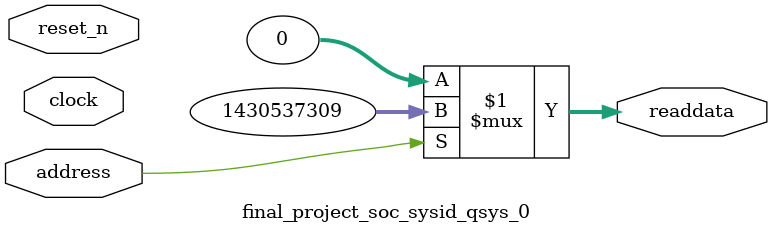
<source format=v>

`timescale 1ns / 1ps
// synthesis translate_on

// turn off superfluous verilog processor warnings 
// altera message_level Level1 
// altera message_off 10034 10035 10036 10037 10230 10240 10030 

module final_project_soc_sysid_qsys_0 (
               // inputs:
                address,
                clock,
                reset_n,

               // outputs:
                readdata
             )
;

  output  [ 31: 0] readdata;
  input            address;
  input            clock;
  input            reset_n;

  wire    [ 31: 0] readdata;
  //control_slave, which is an e_avalon_slave
  assign readdata = address ? 1430537309 : 0;

endmodule




</source>
